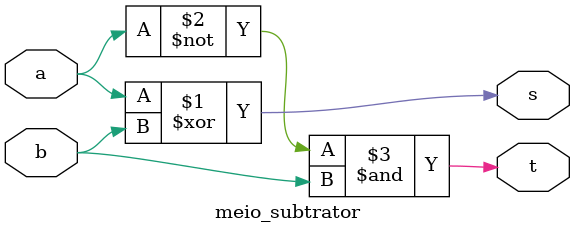
<source format=v>
module meio_subtrator(a, b, s, t);

	input  a, b;
	output s, t;

	assign s =  a ^ b;
	assign t = ~a & b; 
	
endmodule 
</source>
